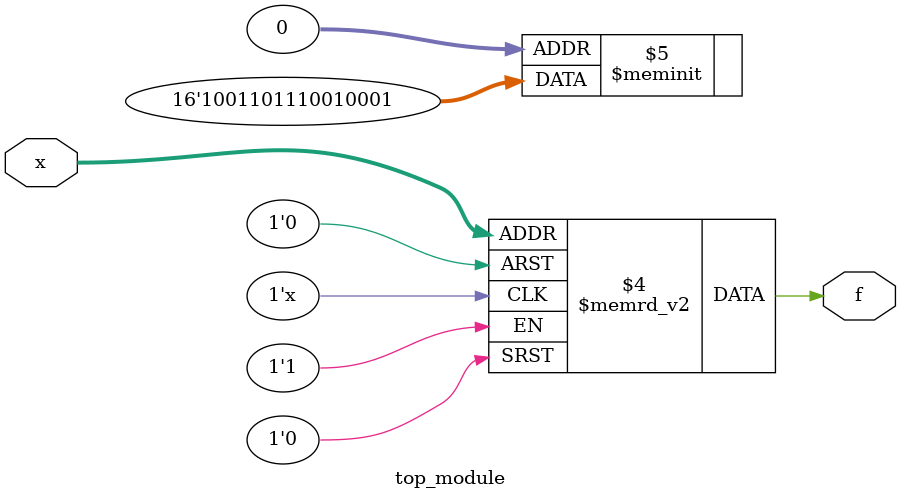
<source format=sv>
module top_module (
	input [4:1] x,
	output logic f
);

always_comb begin
	case(x)
		4'b0000: f = 1'b1;
		4'b0001: f = 1'b0;
		4'b0011: f = 1'b0;
		4'b0100: f = 1'b1;
		4'b0101: f = 1'b0;
		4'b0111: f = 1'b1;
		4'b1000: f = 1'b1;
		4'b1001: f = 1'b1;
		4'b1010: f = 1'b0;
		4'b1011: f = 1'b1;
		4'b1100: f = 1'b1;
		4'b1110: f = 1'b0;
		4'b1111: f = 1'b1;
		default: f = 1'b0;
	endcase
end

endmodule

</source>
